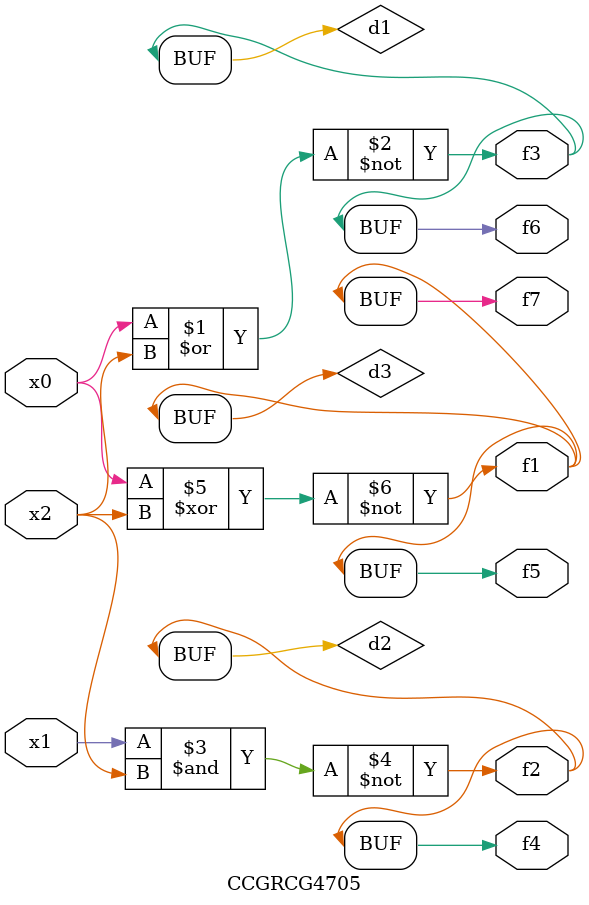
<source format=v>
module CCGRCG4705(
	input x0, x1, x2,
	output f1, f2, f3, f4, f5, f6, f7
);

	wire d1, d2, d3;

	nor (d1, x0, x2);
	nand (d2, x1, x2);
	xnor (d3, x0, x2);
	assign f1 = d3;
	assign f2 = d2;
	assign f3 = d1;
	assign f4 = d2;
	assign f5 = d3;
	assign f6 = d1;
	assign f7 = d3;
endmodule

</source>
